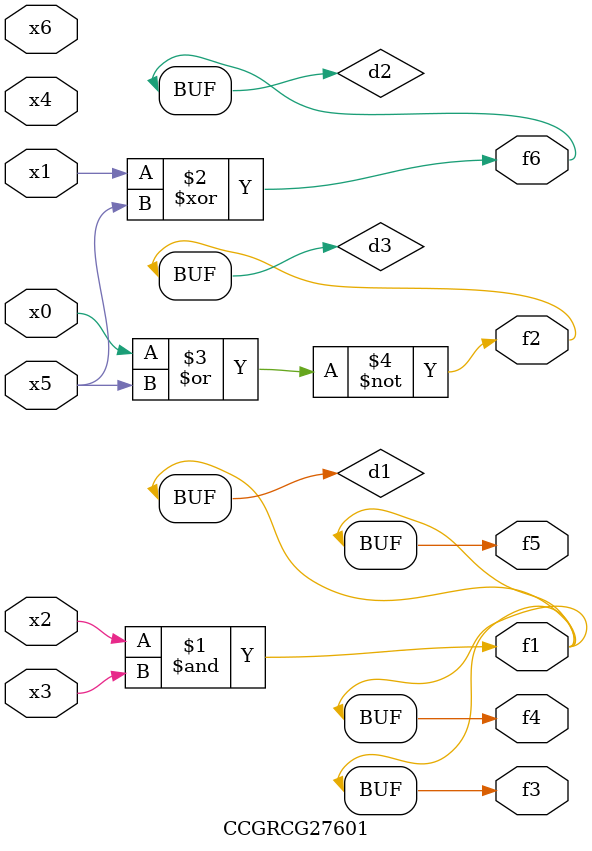
<source format=v>
module CCGRCG27601(
	input x0, x1, x2, x3, x4, x5, x6,
	output f1, f2, f3, f4, f5, f6
);

	wire d1, d2, d3;

	and (d1, x2, x3);
	xor (d2, x1, x5);
	nor (d3, x0, x5);
	assign f1 = d1;
	assign f2 = d3;
	assign f3 = d1;
	assign f4 = d1;
	assign f5 = d1;
	assign f6 = d2;
endmodule

</source>
